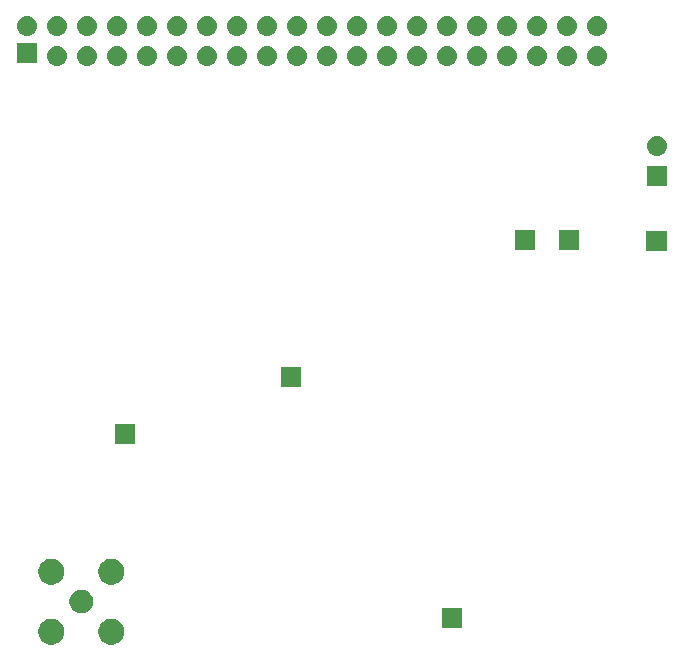
<source format=gbr>
%TF.GenerationSoftware,KiCad,Pcbnew,5.0.2-bee76a0~70~ubuntu18.04.1*%
%TF.CreationDate,2019-08-07T21:41:43+02:00*%
%TF.ProjectId,lohpi,6c6f6870-692e-46b6-9963-61645f706362,rev?*%
%TF.SameCoordinates,Original*%
%TF.FileFunction,Soldermask,Bot*%
%TF.FilePolarity,Negative*%
%FSLAX46Y46*%
G04 Gerber Fmt 4.6, Leading zero omitted, Abs format (unit mm)*
G04 Created by KiCad (PCBNEW 5.0.2-bee76a0~70~ubuntu18.04.1) date Wed 07 Aug 2019 21:41:43 SAST*
%MOMM*%
%LPD*%
G01*
G04 APERTURE LIST*
%ADD10C,0.100000*%
G04 APERTURE END LIST*
D10*
G36*
X103825857Y-164677272D02*
X104026042Y-164760191D01*
X104206213Y-164880578D01*
X104359422Y-165033787D01*
X104479809Y-165213958D01*
X104562728Y-165414143D01*
X104605000Y-165626658D01*
X104605000Y-165843342D01*
X104562728Y-166055857D01*
X104479809Y-166256042D01*
X104359422Y-166436213D01*
X104206213Y-166589422D01*
X104026042Y-166709809D01*
X103825857Y-166792728D01*
X103613342Y-166835000D01*
X103396658Y-166835000D01*
X103184143Y-166792728D01*
X102983958Y-166709809D01*
X102803787Y-166589422D01*
X102650578Y-166436213D01*
X102530191Y-166256042D01*
X102447272Y-166055857D01*
X102405000Y-165843342D01*
X102405000Y-165626658D01*
X102447272Y-165414143D01*
X102530191Y-165213958D01*
X102650578Y-165033787D01*
X102803787Y-164880578D01*
X102983958Y-164760191D01*
X103184143Y-164677272D01*
X103396658Y-164635000D01*
X103613342Y-164635000D01*
X103825857Y-164677272D01*
X103825857Y-164677272D01*
G37*
G36*
X98745857Y-164677272D02*
X98946042Y-164760191D01*
X99126213Y-164880578D01*
X99279422Y-165033787D01*
X99399809Y-165213958D01*
X99482728Y-165414143D01*
X99525000Y-165626658D01*
X99525000Y-165843342D01*
X99482728Y-166055857D01*
X99399809Y-166256042D01*
X99279422Y-166436213D01*
X99126213Y-166589422D01*
X98946042Y-166709809D01*
X98745857Y-166792728D01*
X98533342Y-166835000D01*
X98316658Y-166835000D01*
X98104143Y-166792728D01*
X97903958Y-166709809D01*
X97723787Y-166589422D01*
X97570578Y-166436213D01*
X97450191Y-166256042D01*
X97367272Y-166055857D01*
X97325000Y-165843342D01*
X97325000Y-165626658D01*
X97367272Y-165414143D01*
X97450191Y-165213958D01*
X97570578Y-165033787D01*
X97723787Y-164880578D01*
X97903958Y-164760191D01*
X98104143Y-164677272D01*
X98316658Y-164635000D01*
X98533342Y-164635000D01*
X98745857Y-164677272D01*
X98745857Y-164677272D01*
G37*
G36*
X133184000Y-165442000D02*
X131484000Y-165442000D01*
X131484000Y-163742000D01*
X133184000Y-163742000D01*
X133184000Y-165442000D01*
X133184000Y-165442000D01*
G37*
G36*
X101140770Y-162210372D02*
X101256689Y-162233429D01*
X101438678Y-162308811D01*
X101602463Y-162418249D01*
X101741751Y-162557537D01*
X101851189Y-162721322D01*
X101926571Y-162903311D01*
X101965000Y-163096509D01*
X101965000Y-163293491D01*
X101926571Y-163486689D01*
X101851189Y-163668678D01*
X101741751Y-163832463D01*
X101602463Y-163971751D01*
X101438678Y-164081189D01*
X101256689Y-164156571D01*
X101140770Y-164179628D01*
X101063493Y-164195000D01*
X100866507Y-164195000D01*
X100789230Y-164179628D01*
X100673311Y-164156571D01*
X100491322Y-164081189D01*
X100327537Y-163971751D01*
X100188249Y-163832463D01*
X100078811Y-163668678D01*
X100003429Y-163486689D01*
X99965000Y-163293491D01*
X99965000Y-163096509D01*
X100003429Y-162903311D01*
X100078811Y-162721322D01*
X100188249Y-162557537D01*
X100327537Y-162418249D01*
X100491322Y-162308811D01*
X100673311Y-162233429D01*
X100789230Y-162210372D01*
X100866507Y-162195000D01*
X101063493Y-162195000D01*
X101140770Y-162210372D01*
X101140770Y-162210372D01*
G37*
G36*
X103825857Y-159597272D02*
X104026042Y-159680191D01*
X104206213Y-159800578D01*
X104359422Y-159953787D01*
X104479809Y-160133958D01*
X104562728Y-160334143D01*
X104605000Y-160546658D01*
X104605000Y-160763342D01*
X104562728Y-160975857D01*
X104479809Y-161176042D01*
X104359422Y-161356213D01*
X104206213Y-161509422D01*
X104026042Y-161629809D01*
X103825857Y-161712728D01*
X103613342Y-161755000D01*
X103396658Y-161755000D01*
X103184143Y-161712728D01*
X102983958Y-161629809D01*
X102803787Y-161509422D01*
X102650578Y-161356213D01*
X102530191Y-161176042D01*
X102447272Y-160975857D01*
X102405000Y-160763342D01*
X102405000Y-160546658D01*
X102447272Y-160334143D01*
X102530191Y-160133958D01*
X102650578Y-159953787D01*
X102803787Y-159800578D01*
X102983958Y-159680191D01*
X103184143Y-159597272D01*
X103396658Y-159555000D01*
X103613342Y-159555000D01*
X103825857Y-159597272D01*
X103825857Y-159597272D01*
G37*
G36*
X98745857Y-159597272D02*
X98946042Y-159680191D01*
X99126213Y-159800578D01*
X99279422Y-159953787D01*
X99399809Y-160133958D01*
X99482728Y-160334143D01*
X99525000Y-160546658D01*
X99525000Y-160763342D01*
X99482728Y-160975857D01*
X99399809Y-161176042D01*
X99279422Y-161356213D01*
X99126213Y-161509422D01*
X98946042Y-161629809D01*
X98745857Y-161712728D01*
X98533342Y-161755000D01*
X98316658Y-161755000D01*
X98104143Y-161712728D01*
X97903958Y-161629809D01*
X97723787Y-161509422D01*
X97570578Y-161356213D01*
X97450191Y-161176042D01*
X97367272Y-160975857D01*
X97325000Y-160763342D01*
X97325000Y-160546658D01*
X97367272Y-160334143D01*
X97450191Y-160133958D01*
X97570578Y-159953787D01*
X97723787Y-159800578D01*
X97903958Y-159680191D01*
X98104143Y-159597272D01*
X98316658Y-159555000D01*
X98533342Y-159555000D01*
X98745857Y-159597272D01*
X98745857Y-159597272D01*
G37*
G36*
X105498000Y-149821000D02*
X103798000Y-149821000D01*
X103798000Y-148121000D01*
X105498000Y-148121000D01*
X105498000Y-149821000D01*
X105498000Y-149821000D01*
G37*
G36*
X119595000Y-144995000D02*
X117895000Y-144995000D01*
X117895000Y-143295000D01*
X119595000Y-143295000D01*
X119595000Y-144995000D01*
X119595000Y-144995000D01*
G37*
G36*
X150519500Y-133501500D02*
X148819500Y-133501500D01*
X148819500Y-131801500D01*
X150519500Y-131801500D01*
X150519500Y-133501500D01*
X150519500Y-133501500D01*
G37*
G36*
X139407000Y-133438000D02*
X137707000Y-133438000D01*
X137707000Y-131738000D01*
X139407000Y-131738000D01*
X139407000Y-133438000D01*
X139407000Y-133438000D01*
G37*
G36*
X143090000Y-133438000D02*
X141390000Y-133438000D01*
X141390000Y-131738000D01*
X143090000Y-131738000D01*
X143090000Y-133438000D01*
X143090000Y-133438000D01*
G37*
G36*
X150560000Y-128010000D02*
X148860000Y-128010000D01*
X148860000Y-126310000D01*
X150560000Y-126310000D01*
X150560000Y-128010000D01*
X150560000Y-128010000D01*
G37*
G36*
X149876630Y-123782299D02*
X150036855Y-123830903D01*
X150184520Y-123909831D01*
X150313949Y-124016051D01*
X150420169Y-124145480D01*
X150499097Y-124293145D01*
X150547701Y-124453370D01*
X150564112Y-124620000D01*
X150547701Y-124786630D01*
X150499097Y-124946855D01*
X150420169Y-125094520D01*
X150313949Y-125223949D01*
X150184520Y-125330169D01*
X150036855Y-125409097D01*
X149876630Y-125457701D01*
X149751752Y-125470000D01*
X149668248Y-125470000D01*
X149543370Y-125457701D01*
X149383145Y-125409097D01*
X149235480Y-125330169D01*
X149106051Y-125223949D01*
X148999831Y-125094520D01*
X148920903Y-124946855D01*
X148872299Y-124786630D01*
X148855888Y-124620000D01*
X148872299Y-124453370D01*
X148920903Y-124293145D01*
X148999831Y-124145480D01*
X149106051Y-124016051D01*
X149235480Y-123909831D01*
X149383145Y-123830903D01*
X149543370Y-123782299D01*
X149668248Y-123770000D01*
X149751752Y-123770000D01*
X149876630Y-123782299D01*
X149876630Y-123782299D01*
G37*
G36*
X99076630Y-116162299D02*
X99236855Y-116210903D01*
X99384520Y-116289831D01*
X99513949Y-116396051D01*
X99620169Y-116525480D01*
X99699097Y-116673145D01*
X99747701Y-116833370D01*
X99764112Y-117000000D01*
X99747701Y-117166630D01*
X99699097Y-117326855D01*
X99620169Y-117474520D01*
X99513949Y-117603949D01*
X99384520Y-117710169D01*
X99236855Y-117789097D01*
X99076630Y-117837701D01*
X98951752Y-117850000D01*
X98868248Y-117850000D01*
X98743370Y-117837701D01*
X98583145Y-117789097D01*
X98435480Y-117710169D01*
X98306051Y-117603949D01*
X98199831Y-117474520D01*
X98120903Y-117326855D01*
X98072299Y-117166630D01*
X98055888Y-117000000D01*
X98072299Y-116833370D01*
X98120903Y-116673145D01*
X98199831Y-116525480D01*
X98306051Y-116396051D01*
X98435480Y-116289831D01*
X98583145Y-116210903D01*
X98743370Y-116162299D01*
X98868248Y-116150000D01*
X98951752Y-116150000D01*
X99076630Y-116162299D01*
X99076630Y-116162299D01*
G37*
G36*
X101616630Y-116162299D02*
X101776855Y-116210903D01*
X101924520Y-116289831D01*
X102053949Y-116396051D01*
X102160169Y-116525480D01*
X102239097Y-116673145D01*
X102287701Y-116833370D01*
X102304112Y-117000000D01*
X102287701Y-117166630D01*
X102239097Y-117326855D01*
X102160169Y-117474520D01*
X102053949Y-117603949D01*
X101924520Y-117710169D01*
X101776855Y-117789097D01*
X101616630Y-117837701D01*
X101491752Y-117850000D01*
X101408248Y-117850000D01*
X101283370Y-117837701D01*
X101123145Y-117789097D01*
X100975480Y-117710169D01*
X100846051Y-117603949D01*
X100739831Y-117474520D01*
X100660903Y-117326855D01*
X100612299Y-117166630D01*
X100595888Y-117000000D01*
X100612299Y-116833370D01*
X100660903Y-116673145D01*
X100739831Y-116525480D01*
X100846051Y-116396051D01*
X100975480Y-116289831D01*
X101123145Y-116210903D01*
X101283370Y-116162299D01*
X101408248Y-116150000D01*
X101491752Y-116150000D01*
X101616630Y-116162299D01*
X101616630Y-116162299D01*
G37*
G36*
X104156630Y-116162299D02*
X104316855Y-116210903D01*
X104464520Y-116289831D01*
X104593949Y-116396051D01*
X104700169Y-116525480D01*
X104779097Y-116673145D01*
X104827701Y-116833370D01*
X104844112Y-117000000D01*
X104827701Y-117166630D01*
X104779097Y-117326855D01*
X104700169Y-117474520D01*
X104593949Y-117603949D01*
X104464520Y-117710169D01*
X104316855Y-117789097D01*
X104156630Y-117837701D01*
X104031752Y-117850000D01*
X103948248Y-117850000D01*
X103823370Y-117837701D01*
X103663145Y-117789097D01*
X103515480Y-117710169D01*
X103386051Y-117603949D01*
X103279831Y-117474520D01*
X103200903Y-117326855D01*
X103152299Y-117166630D01*
X103135888Y-117000000D01*
X103152299Y-116833370D01*
X103200903Y-116673145D01*
X103279831Y-116525480D01*
X103386051Y-116396051D01*
X103515480Y-116289831D01*
X103663145Y-116210903D01*
X103823370Y-116162299D01*
X103948248Y-116150000D01*
X104031752Y-116150000D01*
X104156630Y-116162299D01*
X104156630Y-116162299D01*
G37*
G36*
X106696630Y-116162299D02*
X106856855Y-116210903D01*
X107004520Y-116289831D01*
X107133949Y-116396051D01*
X107240169Y-116525480D01*
X107319097Y-116673145D01*
X107367701Y-116833370D01*
X107384112Y-117000000D01*
X107367701Y-117166630D01*
X107319097Y-117326855D01*
X107240169Y-117474520D01*
X107133949Y-117603949D01*
X107004520Y-117710169D01*
X106856855Y-117789097D01*
X106696630Y-117837701D01*
X106571752Y-117850000D01*
X106488248Y-117850000D01*
X106363370Y-117837701D01*
X106203145Y-117789097D01*
X106055480Y-117710169D01*
X105926051Y-117603949D01*
X105819831Y-117474520D01*
X105740903Y-117326855D01*
X105692299Y-117166630D01*
X105675888Y-117000000D01*
X105692299Y-116833370D01*
X105740903Y-116673145D01*
X105819831Y-116525480D01*
X105926051Y-116396051D01*
X106055480Y-116289831D01*
X106203145Y-116210903D01*
X106363370Y-116162299D01*
X106488248Y-116150000D01*
X106571752Y-116150000D01*
X106696630Y-116162299D01*
X106696630Y-116162299D01*
G37*
G36*
X109236630Y-116162299D02*
X109396855Y-116210903D01*
X109544520Y-116289831D01*
X109673949Y-116396051D01*
X109780169Y-116525480D01*
X109859097Y-116673145D01*
X109907701Y-116833370D01*
X109924112Y-117000000D01*
X109907701Y-117166630D01*
X109859097Y-117326855D01*
X109780169Y-117474520D01*
X109673949Y-117603949D01*
X109544520Y-117710169D01*
X109396855Y-117789097D01*
X109236630Y-117837701D01*
X109111752Y-117850000D01*
X109028248Y-117850000D01*
X108903370Y-117837701D01*
X108743145Y-117789097D01*
X108595480Y-117710169D01*
X108466051Y-117603949D01*
X108359831Y-117474520D01*
X108280903Y-117326855D01*
X108232299Y-117166630D01*
X108215888Y-117000000D01*
X108232299Y-116833370D01*
X108280903Y-116673145D01*
X108359831Y-116525480D01*
X108466051Y-116396051D01*
X108595480Y-116289831D01*
X108743145Y-116210903D01*
X108903370Y-116162299D01*
X109028248Y-116150000D01*
X109111752Y-116150000D01*
X109236630Y-116162299D01*
X109236630Y-116162299D01*
G37*
G36*
X111776630Y-116162299D02*
X111936855Y-116210903D01*
X112084520Y-116289831D01*
X112213949Y-116396051D01*
X112320169Y-116525480D01*
X112399097Y-116673145D01*
X112447701Y-116833370D01*
X112464112Y-117000000D01*
X112447701Y-117166630D01*
X112399097Y-117326855D01*
X112320169Y-117474520D01*
X112213949Y-117603949D01*
X112084520Y-117710169D01*
X111936855Y-117789097D01*
X111776630Y-117837701D01*
X111651752Y-117850000D01*
X111568248Y-117850000D01*
X111443370Y-117837701D01*
X111283145Y-117789097D01*
X111135480Y-117710169D01*
X111006051Y-117603949D01*
X110899831Y-117474520D01*
X110820903Y-117326855D01*
X110772299Y-117166630D01*
X110755888Y-117000000D01*
X110772299Y-116833370D01*
X110820903Y-116673145D01*
X110899831Y-116525480D01*
X111006051Y-116396051D01*
X111135480Y-116289831D01*
X111283145Y-116210903D01*
X111443370Y-116162299D01*
X111568248Y-116150000D01*
X111651752Y-116150000D01*
X111776630Y-116162299D01*
X111776630Y-116162299D01*
G37*
G36*
X114316630Y-116162299D02*
X114476855Y-116210903D01*
X114624520Y-116289831D01*
X114753949Y-116396051D01*
X114860169Y-116525480D01*
X114939097Y-116673145D01*
X114987701Y-116833370D01*
X115004112Y-117000000D01*
X114987701Y-117166630D01*
X114939097Y-117326855D01*
X114860169Y-117474520D01*
X114753949Y-117603949D01*
X114624520Y-117710169D01*
X114476855Y-117789097D01*
X114316630Y-117837701D01*
X114191752Y-117850000D01*
X114108248Y-117850000D01*
X113983370Y-117837701D01*
X113823145Y-117789097D01*
X113675480Y-117710169D01*
X113546051Y-117603949D01*
X113439831Y-117474520D01*
X113360903Y-117326855D01*
X113312299Y-117166630D01*
X113295888Y-117000000D01*
X113312299Y-116833370D01*
X113360903Y-116673145D01*
X113439831Y-116525480D01*
X113546051Y-116396051D01*
X113675480Y-116289831D01*
X113823145Y-116210903D01*
X113983370Y-116162299D01*
X114108248Y-116150000D01*
X114191752Y-116150000D01*
X114316630Y-116162299D01*
X114316630Y-116162299D01*
G37*
G36*
X116856630Y-116162299D02*
X117016855Y-116210903D01*
X117164520Y-116289831D01*
X117293949Y-116396051D01*
X117400169Y-116525480D01*
X117479097Y-116673145D01*
X117527701Y-116833370D01*
X117544112Y-117000000D01*
X117527701Y-117166630D01*
X117479097Y-117326855D01*
X117400169Y-117474520D01*
X117293949Y-117603949D01*
X117164520Y-117710169D01*
X117016855Y-117789097D01*
X116856630Y-117837701D01*
X116731752Y-117850000D01*
X116648248Y-117850000D01*
X116523370Y-117837701D01*
X116363145Y-117789097D01*
X116215480Y-117710169D01*
X116086051Y-117603949D01*
X115979831Y-117474520D01*
X115900903Y-117326855D01*
X115852299Y-117166630D01*
X115835888Y-117000000D01*
X115852299Y-116833370D01*
X115900903Y-116673145D01*
X115979831Y-116525480D01*
X116086051Y-116396051D01*
X116215480Y-116289831D01*
X116363145Y-116210903D01*
X116523370Y-116162299D01*
X116648248Y-116150000D01*
X116731752Y-116150000D01*
X116856630Y-116162299D01*
X116856630Y-116162299D01*
G37*
G36*
X119396630Y-116162299D02*
X119556855Y-116210903D01*
X119704520Y-116289831D01*
X119833949Y-116396051D01*
X119940169Y-116525480D01*
X120019097Y-116673145D01*
X120067701Y-116833370D01*
X120084112Y-117000000D01*
X120067701Y-117166630D01*
X120019097Y-117326855D01*
X119940169Y-117474520D01*
X119833949Y-117603949D01*
X119704520Y-117710169D01*
X119556855Y-117789097D01*
X119396630Y-117837701D01*
X119271752Y-117850000D01*
X119188248Y-117850000D01*
X119063370Y-117837701D01*
X118903145Y-117789097D01*
X118755480Y-117710169D01*
X118626051Y-117603949D01*
X118519831Y-117474520D01*
X118440903Y-117326855D01*
X118392299Y-117166630D01*
X118375888Y-117000000D01*
X118392299Y-116833370D01*
X118440903Y-116673145D01*
X118519831Y-116525480D01*
X118626051Y-116396051D01*
X118755480Y-116289831D01*
X118903145Y-116210903D01*
X119063370Y-116162299D01*
X119188248Y-116150000D01*
X119271752Y-116150000D01*
X119396630Y-116162299D01*
X119396630Y-116162299D01*
G37*
G36*
X124476630Y-116162299D02*
X124636855Y-116210903D01*
X124784520Y-116289831D01*
X124913949Y-116396051D01*
X125020169Y-116525480D01*
X125099097Y-116673145D01*
X125147701Y-116833370D01*
X125164112Y-117000000D01*
X125147701Y-117166630D01*
X125099097Y-117326855D01*
X125020169Y-117474520D01*
X124913949Y-117603949D01*
X124784520Y-117710169D01*
X124636855Y-117789097D01*
X124476630Y-117837701D01*
X124351752Y-117850000D01*
X124268248Y-117850000D01*
X124143370Y-117837701D01*
X123983145Y-117789097D01*
X123835480Y-117710169D01*
X123706051Y-117603949D01*
X123599831Y-117474520D01*
X123520903Y-117326855D01*
X123472299Y-117166630D01*
X123455888Y-117000000D01*
X123472299Y-116833370D01*
X123520903Y-116673145D01*
X123599831Y-116525480D01*
X123706051Y-116396051D01*
X123835480Y-116289831D01*
X123983145Y-116210903D01*
X124143370Y-116162299D01*
X124268248Y-116150000D01*
X124351752Y-116150000D01*
X124476630Y-116162299D01*
X124476630Y-116162299D01*
G37*
G36*
X127016630Y-116162299D02*
X127176855Y-116210903D01*
X127324520Y-116289831D01*
X127453949Y-116396051D01*
X127560169Y-116525480D01*
X127639097Y-116673145D01*
X127687701Y-116833370D01*
X127704112Y-117000000D01*
X127687701Y-117166630D01*
X127639097Y-117326855D01*
X127560169Y-117474520D01*
X127453949Y-117603949D01*
X127324520Y-117710169D01*
X127176855Y-117789097D01*
X127016630Y-117837701D01*
X126891752Y-117850000D01*
X126808248Y-117850000D01*
X126683370Y-117837701D01*
X126523145Y-117789097D01*
X126375480Y-117710169D01*
X126246051Y-117603949D01*
X126139831Y-117474520D01*
X126060903Y-117326855D01*
X126012299Y-117166630D01*
X125995888Y-117000000D01*
X126012299Y-116833370D01*
X126060903Y-116673145D01*
X126139831Y-116525480D01*
X126246051Y-116396051D01*
X126375480Y-116289831D01*
X126523145Y-116210903D01*
X126683370Y-116162299D01*
X126808248Y-116150000D01*
X126891752Y-116150000D01*
X127016630Y-116162299D01*
X127016630Y-116162299D01*
G37*
G36*
X129556630Y-116162299D02*
X129716855Y-116210903D01*
X129864520Y-116289831D01*
X129993949Y-116396051D01*
X130100169Y-116525480D01*
X130179097Y-116673145D01*
X130227701Y-116833370D01*
X130244112Y-117000000D01*
X130227701Y-117166630D01*
X130179097Y-117326855D01*
X130100169Y-117474520D01*
X129993949Y-117603949D01*
X129864520Y-117710169D01*
X129716855Y-117789097D01*
X129556630Y-117837701D01*
X129431752Y-117850000D01*
X129348248Y-117850000D01*
X129223370Y-117837701D01*
X129063145Y-117789097D01*
X128915480Y-117710169D01*
X128786051Y-117603949D01*
X128679831Y-117474520D01*
X128600903Y-117326855D01*
X128552299Y-117166630D01*
X128535888Y-117000000D01*
X128552299Y-116833370D01*
X128600903Y-116673145D01*
X128679831Y-116525480D01*
X128786051Y-116396051D01*
X128915480Y-116289831D01*
X129063145Y-116210903D01*
X129223370Y-116162299D01*
X129348248Y-116150000D01*
X129431752Y-116150000D01*
X129556630Y-116162299D01*
X129556630Y-116162299D01*
G37*
G36*
X132096630Y-116162299D02*
X132256855Y-116210903D01*
X132404520Y-116289831D01*
X132533949Y-116396051D01*
X132640169Y-116525480D01*
X132719097Y-116673145D01*
X132767701Y-116833370D01*
X132784112Y-117000000D01*
X132767701Y-117166630D01*
X132719097Y-117326855D01*
X132640169Y-117474520D01*
X132533949Y-117603949D01*
X132404520Y-117710169D01*
X132256855Y-117789097D01*
X132096630Y-117837701D01*
X131971752Y-117850000D01*
X131888248Y-117850000D01*
X131763370Y-117837701D01*
X131603145Y-117789097D01*
X131455480Y-117710169D01*
X131326051Y-117603949D01*
X131219831Y-117474520D01*
X131140903Y-117326855D01*
X131092299Y-117166630D01*
X131075888Y-117000000D01*
X131092299Y-116833370D01*
X131140903Y-116673145D01*
X131219831Y-116525480D01*
X131326051Y-116396051D01*
X131455480Y-116289831D01*
X131603145Y-116210903D01*
X131763370Y-116162299D01*
X131888248Y-116150000D01*
X131971752Y-116150000D01*
X132096630Y-116162299D01*
X132096630Y-116162299D01*
G37*
G36*
X134636630Y-116162299D02*
X134796855Y-116210903D01*
X134944520Y-116289831D01*
X135073949Y-116396051D01*
X135180169Y-116525480D01*
X135259097Y-116673145D01*
X135307701Y-116833370D01*
X135324112Y-117000000D01*
X135307701Y-117166630D01*
X135259097Y-117326855D01*
X135180169Y-117474520D01*
X135073949Y-117603949D01*
X134944520Y-117710169D01*
X134796855Y-117789097D01*
X134636630Y-117837701D01*
X134511752Y-117850000D01*
X134428248Y-117850000D01*
X134303370Y-117837701D01*
X134143145Y-117789097D01*
X133995480Y-117710169D01*
X133866051Y-117603949D01*
X133759831Y-117474520D01*
X133680903Y-117326855D01*
X133632299Y-117166630D01*
X133615888Y-117000000D01*
X133632299Y-116833370D01*
X133680903Y-116673145D01*
X133759831Y-116525480D01*
X133866051Y-116396051D01*
X133995480Y-116289831D01*
X134143145Y-116210903D01*
X134303370Y-116162299D01*
X134428248Y-116150000D01*
X134511752Y-116150000D01*
X134636630Y-116162299D01*
X134636630Y-116162299D01*
G37*
G36*
X137176630Y-116162299D02*
X137336855Y-116210903D01*
X137484520Y-116289831D01*
X137613949Y-116396051D01*
X137720169Y-116525480D01*
X137799097Y-116673145D01*
X137847701Y-116833370D01*
X137864112Y-117000000D01*
X137847701Y-117166630D01*
X137799097Y-117326855D01*
X137720169Y-117474520D01*
X137613949Y-117603949D01*
X137484520Y-117710169D01*
X137336855Y-117789097D01*
X137176630Y-117837701D01*
X137051752Y-117850000D01*
X136968248Y-117850000D01*
X136843370Y-117837701D01*
X136683145Y-117789097D01*
X136535480Y-117710169D01*
X136406051Y-117603949D01*
X136299831Y-117474520D01*
X136220903Y-117326855D01*
X136172299Y-117166630D01*
X136155888Y-117000000D01*
X136172299Y-116833370D01*
X136220903Y-116673145D01*
X136299831Y-116525480D01*
X136406051Y-116396051D01*
X136535480Y-116289831D01*
X136683145Y-116210903D01*
X136843370Y-116162299D01*
X136968248Y-116150000D01*
X137051752Y-116150000D01*
X137176630Y-116162299D01*
X137176630Y-116162299D01*
G37*
G36*
X144796630Y-116162299D02*
X144956855Y-116210903D01*
X145104520Y-116289831D01*
X145233949Y-116396051D01*
X145340169Y-116525480D01*
X145419097Y-116673145D01*
X145467701Y-116833370D01*
X145484112Y-117000000D01*
X145467701Y-117166630D01*
X145419097Y-117326855D01*
X145340169Y-117474520D01*
X145233949Y-117603949D01*
X145104520Y-117710169D01*
X144956855Y-117789097D01*
X144796630Y-117837701D01*
X144671752Y-117850000D01*
X144588248Y-117850000D01*
X144463370Y-117837701D01*
X144303145Y-117789097D01*
X144155480Y-117710169D01*
X144026051Y-117603949D01*
X143919831Y-117474520D01*
X143840903Y-117326855D01*
X143792299Y-117166630D01*
X143775888Y-117000000D01*
X143792299Y-116833370D01*
X143840903Y-116673145D01*
X143919831Y-116525480D01*
X144026051Y-116396051D01*
X144155480Y-116289831D01*
X144303145Y-116210903D01*
X144463370Y-116162299D01*
X144588248Y-116150000D01*
X144671752Y-116150000D01*
X144796630Y-116162299D01*
X144796630Y-116162299D01*
G37*
G36*
X139716630Y-116162299D02*
X139876855Y-116210903D01*
X140024520Y-116289831D01*
X140153949Y-116396051D01*
X140260169Y-116525480D01*
X140339097Y-116673145D01*
X140387701Y-116833370D01*
X140404112Y-117000000D01*
X140387701Y-117166630D01*
X140339097Y-117326855D01*
X140260169Y-117474520D01*
X140153949Y-117603949D01*
X140024520Y-117710169D01*
X139876855Y-117789097D01*
X139716630Y-117837701D01*
X139591752Y-117850000D01*
X139508248Y-117850000D01*
X139383370Y-117837701D01*
X139223145Y-117789097D01*
X139075480Y-117710169D01*
X138946051Y-117603949D01*
X138839831Y-117474520D01*
X138760903Y-117326855D01*
X138712299Y-117166630D01*
X138695888Y-117000000D01*
X138712299Y-116833370D01*
X138760903Y-116673145D01*
X138839831Y-116525480D01*
X138946051Y-116396051D01*
X139075480Y-116289831D01*
X139223145Y-116210903D01*
X139383370Y-116162299D01*
X139508248Y-116150000D01*
X139591752Y-116150000D01*
X139716630Y-116162299D01*
X139716630Y-116162299D01*
G37*
G36*
X142256630Y-116162299D02*
X142416855Y-116210903D01*
X142564520Y-116289831D01*
X142693949Y-116396051D01*
X142800169Y-116525480D01*
X142879097Y-116673145D01*
X142927701Y-116833370D01*
X142944112Y-117000000D01*
X142927701Y-117166630D01*
X142879097Y-117326855D01*
X142800169Y-117474520D01*
X142693949Y-117603949D01*
X142564520Y-117710169D01*
X142416855Y-117789097D01*
X142256630Y-117837701D01*
X142131752Y-117850000D01*
X142048248Y-117850000D01*
X141923370Y-117837701D01*
X141763145Y-117789097D01*
X141615480Y-117710169D01*
X141486051Y-117603949D01*
X141379831Y-117474520D01*
X141300903Y-117326855D01*
X141252299Y-117166630D01*
X141235888Y-117000000D01*
X141252299Y-116833370D01*
X141300903Y-116673145D01*
X141379831Y-116525480D01*
X141486051Y-116396051D01*
X141615480Y-116289831D01*
X141763145Y-116210903D01*
X141923370Y-116162299D01*
X142048248Y-116150000D01*
X142131752Y-116150000D01*
X142256630Y-116162299D01*
X142256630Y-116162299D01*
G37*
G36*
X121936630Y-116162299D02*
X122096855Y-116210903D01*
X122244520Y-116289831D01*
X122373949Y-116396051D01*
X122480169Y-116525480D01*
X122559097Y-116673145D01*
X122607701Y-116833370D01*
X122624112Y-117000000D01*
X122607701Y-117166630D01*
X122559097Y-117326855D01*
X122480169Y-117474520D01*
X122373949Y-117603949D01*
X122244520Y-117710169D01*
X122096855Y-117789097D01*
X121936630Y-117837701D01*
X121811752Y-117850000D01*
X121728248Y-117850000D01*
X121603370Y-117837701D01*
X121443145Y-117789097D01*
X121295480Y-117710169D01*
X121166051Y-117603949D01*
X121059831Y-117474520D01*
X120980903Y-117326855D01*
X120932299Y-117166630D01*
X120915888Y-117000000D01*
X120932299Y-116833370D01*
X120980903Y-116673145D01*
X121059831Y-116525480D01*
X121166051Y-116396051D01*
X121295480Y-116289831D01*
X121443145Y-116210903D01*
X121603370Y-116162299D01*
X121728248Y-116150000D01*
X121811752Y-116150000D01*
X121936630Y-116162299D01*
X121936630Y-116162299D01*
G37*
G36*
X97220000Y-117620000D02*
X95520000Y-117620000D01*
X95520000Y-115920000D01*
X97220000Y-115920000D01*
X97220000Y-117620000D01*
X97220000Y-117620000D01*
G37*
G36*
X129556630Y-113622299D02*
X129716855Y-113670903D01*
X129864520Y-113749831D01*
X129993949Y-113856051D01*
X130100169Y-113985480D01*
X130179097Y-114133145D01*
X130227701Y-114293370D01*
X130244112Y-114460000D01*
X130227701Y-114626630D01*
X130179097Y-114786855D01*
X130100169Y-114934520D01*
X129993949Y-115063949D01*
X129864520Y-115170169D01*
X129716855Y-115249097D01*
X129556630Y-115297701D01*
X129431752Y-115310000D01*
X129348248Y-115310000D01*
X129223370Y-115297701D01*
X129063145Y-115249097D01*
X128915480Y-115170169D01*
X128786051Y-115063949D01*
X128679831Y-114934520D01*
X128600903Y-114786855D01*
X128552299Y-114626630D01*
X128535888Y-114460000D01*
X128552299Y-114293370D01*
X128600903Y-114133145D01*
X128679831Y-113985480D01*
X128786051Y-113856051D01*
X128915480Y-113749831D01*
X129063145Y-113670903D01*
X129223370Y-113622299D01*
X129348248Y-113610000D01*
X129431752Y-113610000D01*
X129556630Y-113622299D01*
X129556630Y-113622299D01*
G37*
G36*
X127016630Y-113622299D02*
X127176855Y-113670903D01*
X127324520Y-113749831D01*
X127453949Y-113856051D01*
X127560169Y-113985480D01*
X127639097Y-114133145D01*
X127687701Y-114293370D01*
X127704112Y-114460000D01*
X127687701Y-114626630D01*
X127639097Y-114786855D01*
X127560169Y-114934520D01*
X127453949Y-115063949D01*
X127324520Y-115170169D01*
X127176855Y-115249097D01*
X127016630Y-115297701D01*
X126891752Y-115310000D01*
X126808248Y-115310000D01*
X126683370Y-115297701D01*
X126523145Y-115249097D01*
X126375480Y-115170169D01*
X126246051Y-115063949D01*
X126139831Y-114934520D01*
X126060903Y-114786855D01*
X126012299Y-114626630D01*
X125995888Y-114460000D01*
X126012299Y-114293370D01*
X126060903Y-114133145D01*
X126139831Y-113985480D01*
X126246051Y-113856051D01*
X126375480Y-113749831D01*
X126523145Y-113670903D01*
X126683370Y-113622299D01*
X126808248Y-113610000D01*
X126891752Y-113610000D01*
X127016630Y-113622299D01*
X127016630Y-113622299D01*
G37*
G36*
X132096630Y-113622299D02*
X132256855Y-113670903D01*
X132404520Y-113749831D01*
X132533949Y-113856051D01*
X132640169Y-113985480D01*
X132719097Y-114133145D01*
X132767701Y-114293370D01*
X132784112Y-114460000D01*
X132767701Y-114626630D01*
X132719097Y-114786855D01*
X132640169Y-114934520D01*
X132533949Y-115063949D01*
X132404520Y-115170169D01*
X132256855Y-115249097D01*
X132096630Y-115297701D01*
X131971752Y-115310000D01*
X131888248Y-115310000D01*
X131763370Y-115297701D01*
X131603145Y-115249097D01*
X131455480Y-115170169D01*
X131326051Y-115063949D01*
X131219831Y-114934520D01*
X131140903Y-114786855D01*
X131092299Y-114626630D01*
X131075888Y-114460000D01*
X131092299Y-114293370D01*
X131140903Y-114133145D01*
X131219831Y-113985480D01*
X131326051Y-113856051D01*
X131455480Y-113749831D01*
X131603145Y-113670903D01*
X131763370Y-113622299D01*
X131888248Y-113610000D01*
X131971752Y-113610000D01*
X132096630Y-113622299D01*
X132096630Y-113622299D01*
G37*
G36*
X124476630Y-113622299D02*
X124636855Y-113670903D01*
X124784520Y-113749831D01*
X124913949Y-113856051D01*
X125020169Y-113985480D01*
X125099097Y-114133145D01*
X125147701Y-114293370D01*
X125164112Y-114460000D01*
X125147701Y-114626630D01*
X125099097Y-114786855D01*
X125020169Y-114934520D01*
X124913949Y-115063949D01*
X124784520Y-115170169D01*
X124636855Y-115249097D01*
X124476630Y-115297701D01*
X124351752Y-115310000D01*
X124268248Y-115310000D01*
X124143370Y-115297701D01*
X123983145Y-115249097D01*
X123835480Y-115170169D01*
X123706051Y-115063949D01*
X123599831Y-114934520D01*
X123520903Y-114786855D01*
X123472299Y-114626630D01*
X123455888Y-114460000D01*
X123472299Y-114293370D01*
X123520903Y-114133145D01*
X123599831Y-113985480D01*
X123706051Y-113856051D01*
X123835480Y-113749831D01*
X123983145Y-113670903D01*
X124143370Y-113622299D01*
X124268248Y-113610000D01*
X124351752Y-113610000D01*
X124476630Y-113622299D01*
X124476630Y-113622299D01*
G37*
G36*
X121936630Y-113622299D02*
X122096855Y-113670903D01*
X122244520Y-113749831D01*
X122373949Y-113856051D01*
X122480169Y-113985480D01*
X122559097Y-114133145D01*
X122607701Y-114293370D01*
X122624112Y-114460000D01*
X122607701Y-114626630D01*
X122559097Y-114786855D01*
X122480169Y-114934520D01*
X122373949Y-115063949D01*
X122244520Y-115170169D01*
X122096855Y-115249097D01*
X121936630Y-115297701D01*
X121811752Y-115310000D01*
X121728248Y-115310000D01*
X121603370Y-115297701D01*
X121443145Y-115249097D01*
X121295480Y-115170169D01*
X121166051Y-115063949D01*
X121059831Y-114934520D01*
X120980903Y-114786855D01*
X120932299Y-114626630D01*
X120915888Y-114460000D01*
X120932299Y-114293370D01*
X120980903Y-114133145D01*
X121059831Y-113985480D01*
X121166051Y-113856051D01*
X121295480Y-113749831D01*
X121443145Y-113670903D01*
X121603370Y-113622299D01*
X121728248Y-113610000D01*
X121811752Y-113610000D01*
X121936630Y-113622299D01*
X121936630Y-113622299D01*
G37*
G36*
X137176630Y-113622299D02*
X137336855Y-113670903D01*
X137484520Y-113749831D01*
X137613949Y-113856051D01*
X137720169Y-113985480D01*
X137799097Y-114133145D01*
X137847701Y-114293370D01*
X137864112Y-114460000D01*
X137847701Y-114626630D01*
X137799097Y-114786855D01*
X137720169Y-114934520D01*
X137613949Y-115063949D01*
X137484520Y-115170169D01*
X137336855Y-115249097D01*
X137176630Y-115297701D01*
X137051752Y-115310000D01*
X136968248Y-115310000D01*
X136843370Y-115297701D01*
X136683145Y-115249097D01*
X136535480Y-115170169D01*
X136406051Y-115063949D01*
X136299831Y-114934520D01*
X136220903Y-114786855D01*
X136172299Y-114626630D01*
X136155888Y-114460000D01*
X136172299Y-114293370D01*
X136220903Y-114133145D01*
X136299831Y-113985480D01*
X136406051Y-113856051D01*
X136535480Y-113749831D01*
X136683145Y-113670903D01*
X136843370Y-113622299D01*
X136968248Y-113610000D01*
X137051752Y-113610000D01*
X137176630Y-113622299D01*
X137176630Y-113622299D01*
G37*
G36*
X119396630Y-113622299D02*
X119556855Y-113670903D01*
X119704520Y-113749831D01*
X119833949Y-113856051D01*
X119940169Y-113985480D01*
X120019097Y-114133145D01*
X120067701Y-114293370D01*
X120084112Y-114460000D01*
X120067701Y-114626630D01*
X120019097Y-114786855D01*
X119940169Y-114934520D01*
X119833949Y-115063949D01*
X119704520Y-115170169D01*
X119556855Y-115249097D01*
X119396630Y-115297701D01*
X119271752Y-115310000D01*
X119188248Y-115310000D01*
X119063370Y-115297701D01*
X118903145Y-115249097D01*
X118755480Y-115170169D01*
X118626051Y-115063949D01*
X118519831Y-114934520D01*
X118440903Y-114786855D01*
X118392299Y-114626630D01*
X118375888Y-114460000D01*
X118392299Y-114293370D01*
X118440903Y-114133145D01*
X118519831Y-113985480D01*
X118626051Y-113856051D01*
X118755480Y-113749831D01*
X118903145Y-113670903D01*
X119063370Y-113622299D01*
X119188248Y-113610000D01*
X119271752Y-113610000D01*
X119396630Y-113622299D01*
X119396630Y-113622299D01*
G37*
G36*
X139716630Y-113622299D02*
X139876855Y-113670903D01*
X140024520Y-113749831D01*
X140153949Y-113856051D01*
X140260169Y-113985480D01*
X140339097Y-114133145D01*
X140387701Y-114293370D01*
X140404112Y-114460000D01*
X140387701Y-114626630D01*
X140339097Y-114786855D01*
X140260169Y-114934520D01*
X140153949Y-115063949D01*
X140024520Y-115170169D01*
X139876855Y-115249097D01*
X139716630Y-115297701D01*
X139591752Y-115310000D01*
X139508248Y-115310000D01*
X139383370Y-115297701D01*
X139223145Y-115249097D01*
X139075480Y-115170169D01*
X138946051Y-115063949D01*
X138839831Y-114934520D01*
X138760903Y-114786855D01*
X138712299Y-114626630D01*
X138695888Y-114460000D01*
X138712299Y-114293370D01*
X138760903Y-114133145D01*
X138839831Y-113985480D01*
X138946051Y-113856051D01*
X139075480Y-113749831D01*
X139223145Y-113670903D01*
X139383370Y-113622299D01*
X139508248Y-113610000D01*
X139591752Y-113610000D01*
X139716630Y-113622299D01*
X139716630Y-113622299D01*
G37*
G36*
X134636630Y-113622299D02*
X134796855Y-113670903D01*
X134944520Y-113749831D01*
X135073949Y-113856051D01*
X135180169Y-113985480D01*
X135259097Y-114133145D01*
X135307701Y-114293370D01*
X135324112Y-114460000D01*
X135307701Y-114626630D01*
X135259097Y-114786855D01*
X135180169Y-114934520D01*
X135073949Y-115063949D01*
X134944520Y-115170169D01*
X134796855Y-115249097D01*
X134636630Y-115297701D01*
X134511752Y-115310000D01*
X134428248Y-115310000D01*
X134303370Y-115297701D01*
X134143145Y-115249097D01*
X133995480Y-115170169D01*
X133866051Y-115063949D01*
X133759831Y-114934520D01*
X133680903Y-114786855D01*
X133632299Y-114626630D01*
X133615888Y-114460000D01*
X133632299Y-114293370D01*
X133680903Y-114133145D01*
X133759831Y-113985480D01*
X133866051Y-113856051D01*
X133995480Y-113749831D01*
X134143145Y-113670903D01*
X134303370Y-113622299D01*
X134428248Y-113610000D01*
X134511752Y-113610000D01*
X134636630Y-113622299D01*
X134636630Y-113622299D01*
G37*
G36*
X96536630Y-113622299D02*
X96696855Y-113670903D01*
X96844520Y-113749831D01*
X96973949Y-113856051D01*
X97080169Y-113985480D01*
X97159097Y-114133145D01*
X97207701Y-114293370D01*
X97224112Y-114460000D01*
X97207701Y-114626630D01*
X97159097Y-114786855D01*
X97080169Y-114934520D01*
X96973949Y-115063949D01*
X96844520Y-115170169D01*
X96696855Y-115249097D01*
X96536630Y-115297701D01*
X96411752Y-115310000D01*
X96328248Y-115310000D01*
X96203370Y-115297701D01*
X96043145Y-115249097D01*
X95895480Y-115170169D01*
X95766051Y-115063949D01*
X95659831Y-114934520D01*
X95580903Y-114786855D01*
X95532299Y-114626630D01*
X95515888Y-114460000D01*
X95532299Y-114293370D01*
X95580903Y-114133145D01*
X95659831Y-113985480D01*
X95766051Y-113856051D01*
X95895480Y-113749831D01*
X96043145Y-113670903D01*
X96203370Y-113622299D01*
X96328248Y-113610000D01*
X96411752Y-113610000D01*
X96536630Y-113622299D01*
X96536630Y-113622299D01*
G37*
G36*
X99076630Y-113622299D02*
X99236855Y-113670903D01*
X99384520Y-113749831D01*
X99513949Y-113856051D01*
X99620169Y-113985480D01*
X99699097Y-114133145D01*
X99747701Y-114293370D01*
X99764112Y-114460000D01*
X99747701Y-114626630D01*
X99699097Y-114786855D01*
X99620169Y-114934520D01*
X99513949Y-115063949D01*
X99384520Y-115170169D01*
X99236855Y-115249097D01*
X99076630Y-115297701D01*
X98951752Y-115310000D01*
X98868248Y-115310000D01*
X98743370Y-115297701D01*
X98583145Y-115249097D01*
X98435480Y-115170169D01*
X98306051Y-115063949D01*
X98199831Y-114934520D01*
X98120903Y-114786855D01*
X98072299Y-114626630D01*
X98055888Y-114460000D01*
X98072299Y-114293370D01*
X98120903Y-114133145D01*
X98199831Y-113985480D01*
X98306051Y-113856051D01*
X98435480Y-113749831D01*
X98583145Y-113670903D01*
X98743370Y-113622299D01*
X98868248Y-113610000D01*
X98951752Y-113610000D01*
X99076630Y-113622299D01*
X99076630Y-113622299D01*
G37*
G36*
X101616630Y-113622299D02*
X101776855Y-113670903D01*
X101924520Y-113749831D01*
X102053949Y-113856051D01*
X102160169Y-113985480D01*
X102239097Y-114133145D01*
X102287701Y-114293370D01*
X102304112Y-114460000D01*
X102287701Y-114626630D01*
X102239097Y-114786855D01*
X102160169Y-114934520D01*
X102053949Y-115063949D01*
X101924520Y-115170169D01*
X101776855Y-115249097D01*
X101616630Y-115297701D01*
X101491752Y-115310000D01*
X101408248Y-115310000D01*
X101283370Y-115297701D01*
X101123145Y-115249097D01*
X100975480Y-115170169D01*
X100846051Y-115063949D01*
X100739831Y-114934520D01*
X100660903Y-114786855D01*
X100612299Y-114626630D01*
X100595888Y-114460000D01*
X100612299Y-114293370D01*
X100660903Y-114133145D01*
X100739831Y-113985480D01*
X100846051Y-113856051D01*
X100975480Y-113749831D01*
X101123145Y-113670903D01*
X101283370Y-113622299D01*
X101408248Y-113610000D01*
X101491752Y-113610000D01*
X101616630Y-113622299D01*
X101616630Y-113622299D01*
G37*
G36*
X104156630Y-113622299D02*
X104316855Y-113670903D01*
X104464520Y-113749831D01*
X104593949Y-113856051D01*
X104700169Y-113985480D01*
X104779097Y-114133145D01*
X104827701Y-114293370D01*
X104844112Y-114460000D01*
X104827701Y-114626630D01*
X104779097Y-114786855D01*
X104700169Y-114934520D01*
X104593949Y-115063949D01*
X104464520Y-115170169D01*
X104316855Y-115249097D01*
X104156630Y-115297701D01*
X104031752Y-115310000D01*
X103948248Y-115310000D01*
X103823370Y-115297701D01*
X103663145Y-115249097D01*
X103515480Y-115170169D01*
X103386051Y-115063949D01*
X103279831Y-114934520D01*
X103200903Y-114786855D01*
X103152299Y-114626630D01*
X103135888Y-114460000D01*
X103152299Y-114293370D01*
X103200903Y-114133145D01*
X103279831Y-113985480D01*
X103386051Y-113856051D01*
X103515480Y-113749831D01*
X103663145Y-113670903D01*
X103823370Y-113622299D01*
X103948248Y-113610000D01*
X104031752Y-113610000D01*
X104156630Y-113622299D01*
X104156630Y-113622299D01*
G37*
G36*
X106696630Y-113622299D02*
X106856855Y-113670903D01*
X107004520Y-113749831D01*
X107133949Y-113856051D01*
X107240169Y-113985480D01*
X107319097Y-114133145D01*
X107367701Y-114293370D01*
X107384112Y-114460000D01*
X107367701Y-114626630D01*
X107319097Y-114786855D01*
X107240169Y-114934520D01*
X107133949Y-115063949D01*
X107004520Y-115170169D01*
X106856855Y-115249097D01*
X106696630Y-115297701D01*
X106571752Y-115310000D01*
X106488248Y-115310000D01*
X106363370Y-115297701D01*
X106203145Y-115249097D01*
X106055480Y-115170169D01*
X105926051Y-115063949D01*
X105819831Y-114934520D01*
X105740903Y-114786855D01*
X105692299Y-114626630D01*
X105675888Y-114460000D01*
X105692299Y-114293370D01*
X105740903Y-114133145D01*
X105819831Y-113985480D01*
X105926051Y-113856051D01*
X106055480Y-113749831D01*
X106203145Y-113670903D01*
X106363370Y-113622299D01*
X106488248Y-113610000D01*
X106571752Y-113610000D01*
X106696630Y-113622299D01*
X106696630Y-113622299D01*
G37*
G36*
X116856630Y-113622299D02*
X117016855Y-113670903D01*
X117164520Y-113749831D01*
X117293949Y-113856051D01*
X117400169Y-113985480D01*
X117479097Y-114133145D01*
X117527701Y-114293370D01*
X117544112Y-114460000D01*
X117527701Y-114626630D01*
X117479097Y-114786855D01*
X117400169Y-114934520D01*
X117293949Y-115063949D01*
X117164520Y-115170169D01*
X117016855Y-115249097D01*
X116856630Y-115297701D01*
X116731752Y-115310000D01*
X116648248Y-115310000D01*
X116523370Y-115297701D01*
X116363145Y-115249097D01*
X116215480Y-115170169D01*
X116086051Y-115063949D01*
X115979831Y-114934520D01*
X115900903Y-114786855D01*
X115852299Y-114626630D01*
X115835888Y-114460000D01*
X115852299Y-114293370D01*
X115900903Y-114133145D01*
X115979831Y-113985480D01*
X116086051Y-113856051D01*
X116215480Y-113749831D01*
X116363145Y-113670903D01*
X116523370Y-113622299D01*
X116648248Y-113610000D01*
X116731752Y-113610000D01*
X116856630Y-113622299D01*
X116856630Y-113622299D01*
G37*
G36*
X109236630Y-113622299D02*
X109396855Y-113670903D01*
X109544520Y-113749831D01*
X109673949Y-113856051D01*
X109780169Y-113985480D01*
X109859097Y-114133145D01*
X109907701Y-114293370D01*
X109924112Y-114460000D01*
X109907701Y-114626630D01*
X109859097Y-114786855D01*
X109780169Y-114934520D01*
X109673949Y-115063949D01*
X109544520Y-115170169D01*
X109396855Y-115249097D01*
X109236630Y-115297701D01*
X109111752Y-115310000D01*
X109028248Y-115310000D01*
X108903370Y-115297701D01*
X108743145Y-115249097D01*
X108595480Y-115170169D01*
X108466051Y-115063949D01*
X108359831Y-114934520D01*
X108280903Y-114786855D01*
X108232299Y-114626630D01*
X108215888Y-114460000D01*
X108232299Y-114293370D01*
X108280903Y-114133145D01*
X108359831Y-113985480D01*
X108466051Y-113856051D01*
X108595480Y-113749831D01*
X108743145Y-113670903D01*
X108903370Y-113622299D01*
X109028248Y-113610000D01*
X109111752Y-113610000D01*
X109236630Y-113622299D01*
X109236630Y-113622299D01*
G37*
G36*
X111776630Y-113622299D02*
X111936855Y-113670903D01*
X112084520Y-113749831D01*
X112213949Y-113856051D01*
X112320169Y-113985480D01*
X112399097Y-114133145D01*
X112447701Y-114293370D01*
X112464112Y-114460000D01*
X112447701Y-114626630D01*
X112399097Y-114786855D01*
X112320169Y-114934520D01*
X112213949Y-115063949D01*
X112084520Y-115170169D01*
X111936855Y-115249097D01*
X111776630Y-115297701D01*
X111651752Y-115310000D01*
X111568248Y-115310000D01*
X111443370Y-115297701D01*
X111283145Y-115249097D01*
X111135480Y-115170169D01*
X111006051Y-115063949D01*
X110899831Y-114934520D01*
X110820903Y-114786855D01*
X110772299Y-114626630D01*
X110755888Y-114460000D01*
X110772299Y-114293370D01*
X110820903Y-114133145D01*
X110899831Y-113985480D01*
X111006051Y-113856051D01*
X111135480Y-113749831D01*
X111283145Y-113670903D01*
X111443370Y-113622299D01*
X111568248Y-113610000D01*
X111651752Y-113610000D01*
X111776630Y-113622299D01*
X111776630Y-113622299D01*
G37*
G36*
X144796630Y-113622299D02*
X144956855Y-113670903D01*
X145104520Y-113749831D01*
X145233949Y-113856051D01*
X145340169Y-113985480D01*
X145419097Y-114133145D01*
X145467701Y-114293370D01*
X145484112Y-114460000D01*
X145467701Y-114626630D01*
X145419097Y-114786855D01*
X145340169Y-114934520D01*
X145233949Y-115063949D01*
X145104520Y-115170169D01*
X144956855Y-115249097D01*
X144796630Y-115297701D01*
X144671752Y-115310000D01*
X144588248Y-115310000D01*
X144463370Y-115297701D01*
X144303145Y-115249097D01*
X144155480Y-115170169D01*
X144026051Y-115063949D01*
X143919831Y-114934520D01*
X143840903Y-114786855D01*
X143792299Y-114626630D01*
X143775888Y-114460000D01*
X143792299Y-114293370D01*
X143840903Y-114133145D01*
X143919831Y-113985480D01*
X144026051Y-113856051D01*
X144155480Y-113749831D01*
X144303145Y-113670903D01*
X144463370Y-113622299D01*
X144588248Y-113610000D01*
X144671752Y-113610000D01*
X144796630Y-113622299D01*
X144796630Y-113622299D01*
G37*
G36*
X114316630Y-113622299D02*
X114476855Y-113670903D01*
X114624520Y-113749831D01*
X114753949Y-113856051D01*
X114860169Y-113985480D01*
X114939097Y-114133145D01*
X114987701Y-114293370D01*
X115004112Y-114460000D01*
X114987701Y-114626630D01*
X114939097Y-114786855D01*
X114860169Y-114934520D01*
X114753949Y-115063949D01*
X114624520Y-115170169D01*
X114476855Y-115249097D01*
X114316630Y-115297701D01*
X114191752Y-115310000D01*
X114108248Y-115310000D01*
X113983370Y-115297701D01*
X113823145Y-115249097D01*
X113675480Y-115170169D01*
X113546051Y-115063949D01*
X113439831Y-114934520D01*
X113360903Y-114786855D01*
X113312299Y-114626630D01*
X113295888Y-114460000D01*
X113312299Y-114293370D01*
X113360903Y-114133145D01*
X113439831Y-113985480D01*
X113546051Y-113856051D01*
X113675480Y-113749831D01*
X113823145Y-113670903D01*
X113983370Y-113622299D01*
X114108248Y-113610000D01*
X114191752Y-113610000D01*
X114316630Y-113622299D01*
X114316630Y-113622299D01*
G37*
G36*
X142256630Y-113622299D02*
X142416855Y-113670903D01*
X142564520Y-113749831D01*
X142693949Y-113856051D01*
X142800169Y-113985480D01*
X142879097Y-114133145D01*
X142927701Y-114293370D01*
X142944112Y-114460000D01*
X142927701Y-114626630D01*
X142879097Y-114786855D01*
X142800169Y-114934520D01*
X142693949Y-115063949D01*
X142564520Y-115170169D01*
X142416855Y-115249097D01*
X142256630Y-115297701D01*
X142131752Y-115310000D01*
X142048248Y-115310000D01*
X141923370Y-115297701D01*
X141763145Y-115249097D01*
X141615480Y-115170169D01*
X141486051Y-115063949D01*
X141379831Y-114934520D01*
X141300903Y-114786855D01*
X141252299Y-114626630D01*
X141235888Y-114460000D01*
X141252299Y-114293370D01*
X141300903Y-114133145D01*
X141379831Y-113985480D01*
X141486051Y-113856051D01*
X141615480Y-113749831D01*
X141763145Y-113670903D01*
X141923370Y-113622299D01*
X142048248Y-113610000D01*
X142131752Y-113610000D01*
X142256630Y-113622299D01*
X142256630Y-113622299D01*
G37*
M02*

</source>
